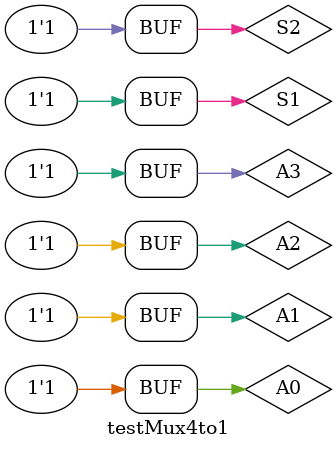
<source format=v>
module mux4to1(A0, A1, A2, A3, S1, S2, Y);
input A0, A1, A2, A3, S1, S2; 
output Y; 
wire w1, w2, w3, w4, w5, w6; 

not a1(w1, S1);
not a2(w2, S2);
and a3(w3, w1, w2, A0);
and a4(w4, w1, S2, A1);
and a5(w5, S1, w2, A2);
and a6(w6, S1, S2, A3);
or a7(Y, w3, w4, w5, w6);

endmodule

module testMux4to1;
reg A0, A1, A2, A3, S1, S2; 
wire Y; 

mux4to1 i(A0, A1, A2, A3, S1, S2, Y);

initial
    begin
        S1 = 1'b0; 
        S2 = 1'b0;
        A0 = 1'b0; 
        A1 = 1'b0; 
        A2 = 1'b0; 
        A3 = 1'b0; 

        $monitor("Time = %0t, S1 = %b , S2 = %b , A0 = %b , A1 = %b , A2 = %b , A3 = %b , Y = %b", $time , S1, S2, A0, A1, A2, A3, Y);
        #5 S1=1'b0; S2=1'b0; A0=1'b1;
        #5 S1=1'b0; S2=1'b1; A1=1'b0;
        #5 S1=1'b0; S2=1'b1; A1=1'b1;
        #5 S1=1'b1; S2=1'b0; A2=1'b0;
        #5 S1=1'b1; S2=1'b0; A2=1'b1;
        #5 S1=1'b1; S2=1'b1; A3=1'b0;
        #5 S1=1'b1; S2=1'b1; A3=1'b1;
    
    end
endmodule 
        

</source>
